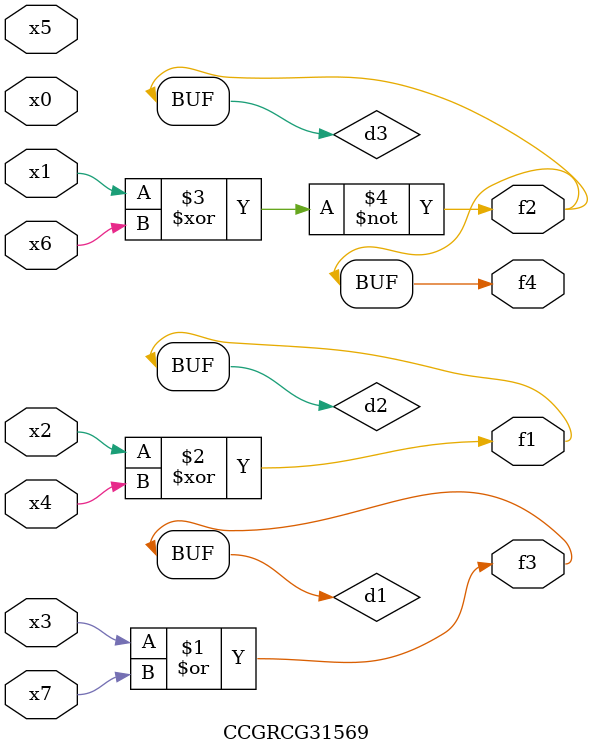
<source format=v>
module CCGRCG31569(
	input x0, x1, x2, x3, x4, x5, x6, x7,
	output f1, f2, f3, f4
);

	wire d1, d2, d3;

	or (d1, x3, x7);
	xor (d2, x2, x4);
	xnor (d3, x1, x6);
	assign f1 = d2;
	assign f2 = d3;
	assign f3 = d1;
	assign f4 = d3;
endmodule

</source>
